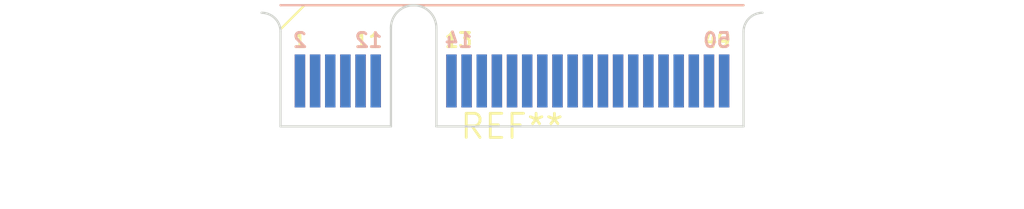
<source format=kicad_pcb>
(kicad_pcb (version 20240108) (generator pcbnew)
  (layers (0 "F.Cu" signal) (31 "B.Cu" signal) (34 "B.Paste" user) (35 "F.Paste" user) (36 "B.SilkS" user "B.Silkscreen") (37 "F.SilkS" user "F.Silkscreen") (38 "B.Mask" user) (39 "F.Mask" user) (44 "Edge.Cuts" user))
  (net 0 "")
  (footprint "Samtec_HSEC8-125-X-X-DV_2x25_P0.8mm_Wing_Edge" (layer "F.Cu") (at 0 0)
    (property "Reference" "REF**")
    (property "Value" "Samtec_HSEC8-125-X-X-DV_2x25_P0.8mm_Wing_Edge")
    (fp_line (start -12.225 -6.4) (end -12.225 -6.4) (layer "B.SilkS") (stroke (width 0.12)))
    (fp_line (start -12.225 -6.4) (end 12.225 -6.4) (layer "B.SilkS") (stroke (width 0.12)))
    (fp_line (start -12.225 -5.13) (end -10.955 -6.4) (layer "F.SilkS") (stroke (width 0.12)))
    (fp_line (start -10.955 -6.4) (end 12.225 -6.4) (layer "F.SilkS") (stroke (width 0.12)))
    (fp_line (start -12.225 -5) (end -12.225 0) (layer "Edge.Cuts") (stroke (width 0.12)))
    (fp_line (start -12.225 0) (end -6.395 0) (layer "Edge.Cuts") (stroke (width 0.12)))
    (fp_line (start -6.395 0) (end -6.395 -5.2) (layer "Edge.Cuts") (stroke (width 0.12)))
    (fp_line (start -3.995 -5.2) (end -3.995 0) (layer "Edge.Cuts") (stroke (width 0.12)))
    (fp_line (start -3.995 0) (end 12.225 0) (layer "Edge.Cuts") (stroke (width 0.12)))
    (fp_line (start 12.225 0) (end 12.225 -5) (layer "Edge.Cuts") (stroke (width 0.12)))
    (fp_arc (start -13.225 -6) (mid -12.517893 -5.707107) (end -12.225 -5) (layer "Edge.Cuts") (stroke (width 0.12)))
    (fp_arc (start -6.395 -5.2) (mid -5.195 -6.4) (end -3.995 -5.2) (layer "Edge.Cuts") (stroke (width 0.12)))
    (fp_arc (start 12.225 -5) (mid 12.517893 -5.707107) (end 13.225 -6) (layer "Edge.Cuts") (stroke (width 0.12)))
    (fp_text user "2" (at -11.2 -4.55 0) (layer "B.SilkS") (effects (font (size 0.75 0.75)) (justify mirror)))
    (fp_text user "14" (at -2.825 -4.55 0) (layer "B.SilkS") (effects (font (size 0.75 0.75)) (justify mirror)))
    (fp_text user "50" (at 10.825 -4.55 0) (layer "B.SilkS") (effects (font (size 0.75 0.75)) (justify mirror)))
    (fp_text user "12" (at -7.575 -4.55 0) (layer "B.SilkS") (effects (font (size 0.75 0.75)) (justify mirror)))
    (fp_text user "49" (at 10.825 -4.55 0) (layer "F.SilkS") (effects (font (size 0.75 0.75))))
    (fp_text user "13" (at -2.825 -4.55 0) (layer "F.SilkS") (effects (font (size 0.75 0.75))))
    (fp_text user "1" (at -11.2 -4.55 0) (layer "F.SilkS") (effects (font (size 0.75 0.75))))
    (fp_text user "11" (at -7.575 -4.55 0) (layer "F.SilkS") (effects (font (size 0.75 0.75))))
    (pad "1" connect rect (at -11.2 -2.4) (size 0.55 2.8) (layers "F.Cu" "F.Mask"))
    (pad "2" connect rect (at -11.2 -2.4) (size 0.55 2.8) (layers "B.Cu" "B.Mask"))
    (pad "3" connect rect (at -10.4 -2.4) (size 0.55 2.8) (layers "F.Cu" "F.Mask"))
    (pad "4" connect rect (at -10.4 -2.4) (size 0.55 2.8) (layers "B.Cu" "B.Mask"))
    (pad "5" connect rect (at -9.6 -2.4) (size 0.55 2.8) (layers "F.Cu" "F.Mask"))
    (pad "6" connect rect (at -9.6 -2.4) (size 0.55 2.8) (layers "B.Cu" "B.Mask"))
    (pad "7" connect rect (at -8.8 -2.4) (size 0.55 2.8) (layers "F.Cu" "F.Mask"))
    (pad "8" connect rect (at -8.8 -2.4) (size 0.55 2.8) (layers "B.Cu" "B.Mask"))
    (pad "9" connect rect (at -8 -2.4) (size 0.55 2.8) (layers "F.Cu" "F.Mask"))
    (pad "10" connect rect (at -8 -2.4) (size 0.55 2.8) (layers "B.Cu" "B.Mask"))
    (pad "11" connect rect (at -7.2 -2.4) (size 0.55 2.8) (layers "F.Cu" "F.Mask"))
    (pad "12" connect rect (at -7.2 -2.4) (size 0.55 2.8) (layers "B.Cu" "B.Mask"))
    (pad "13" connect rect (at -3.2 -2.4) (size 0.55 2.8) (layers "F.Cu" "F.Mask"))
    (pad "14" connect rect (at -3.2 -2.4) (size 0.55 2.8) (layers "B.Cu" "B.Mask"))
    (pad "15" connect rect (at -2.4 -2.4) (size 0.55 2.8) (layers "F.Cu" "F.Mask"))
    (pad "16" connect rect (at -2.4 -2.4) (size 0.55 2.8) (layers "B.Cu" "B.Mask"))
    (pad "17" connect rect (at -1.6 -2.4) (size 0.55 2.8) (layers "F.Cu" "F.Mask"))
    (pad "18" connect rect (at -1.6 -2.4) (size 0.55 2.8) (layers "B.Cu" "B.Mask"))
    (pad "19" connect rect (at -0.8 -2.4) (size 0.55 2.8) (layers "F.Cu" "F.Mask"))
    (pad "20" connect rect (at -0.8 -2.4) (size 0.55 2.8) (layers "B.Cu" "B.Mask"))
    (pad "21" connect rect (at 0 -2.4) (size 0.55 2.8) (layers "F.Cu" "F.Mask"))
    (pad "22" connect rect (at 0 -2.4) (size 0.55 2.8) (layers "B.Cu" "B.Mask"))
    (pad "23" connect rect (at 0.8 -2.4) (size 0.55 2.8) (layers "F.Cu" "F.Mask"))
    (pad "24" connect rect (at 0.8 -2.4) (size 0.55 2.8) (layers "B.Cu" "B.Mask"))
    (pad "25" connect rect (at 1.6 -2.4) (size 0.55 2.8) (layers "F.Cu" "F.Mask"))
    (pad "26" connect rect (at 1.6 -2.4) (size 0.55 2.8) (layers "B.Cu" "B.Mask"))
    (pad "27" connect rect (at 2.4 -2.4) (size 0.55 2.8) (layers "F.Cu" "F.Mask"))
    (pad "28" connect rect (at 2.4 -2.4) (size 0.55 2.8) (layers "B.Cu" "B.Mask"))
    (pad "29" connect rect (at 3.2 -2.4) (size 0.55 2.8) (layers "F.Cu" "F.Mask"))
    (pad "30" connect rect (at 3.2 -2.4) (size 0.55 2.8) (layers "B.Cu" "B.Mask"))
    (pad "31" connect rect (at 4 -2.4) (size 0.55 2.8) (layers "F.Cu" "F.Mask"))
    (pad "32" connect rect (at 4 -2.4) (size 0.55 2.8) (layers "B.Cu" "B.Mask"))
    (pad "33" connect rect (at 4.8 -2.4) (size 0.55 2.8) (layers "F.Cu" "F.Mask"))
    (pad "34" connect rect (at 4.8 -2.4) (size 0.55 2.8) (layers "B.Cu" "B.Mask"))
    (pad "35" connect rect (at 5.6 -2.4) (size 0.55 2.8) (layers "F.Cu" "F.Mask"))
    (pad "36" connect rect (at 5.6 -2.4) (size 0.55 2.8) (layers "B.Cu" "B.Mask"))
    (pad "37" connect rect (at 6.4 -2.4) (size 0.55 2.8) (layers "F.Cu" "F.Mask"))
    (pad "38" connect rect (at 6.4 -2.4) (size 0.55 2.8) (layers "B.Cu" "B.Mask"))
    (pad "39" connect rect (at 7.2 -2.4) (size 0.55 2.8) (layers "F.Cu" "F.Mask"))
    (pad "40" connect rect (at 7.2 -2.4) (size 0.55 2.8) (layers "B.Cu" "B.Mask"))
    (pad "41" connect rect (at 8 -2.4) (size 0.55 2.8) (layers "F.Cu" "F.Mask"))
    (pad "42" connect rect (at 8 -2.4) (size 0.55 2.8) (layers "B.Cu" "B.Mask"))
    (pad "43" connect rect (at 8.8 -2.4) (size 0.55 2.8) (layers "F.Cu" "F.Mask"))
    (pad "44" connect rect (at 8.8 -2.4) (size 0.55 2.8) (layers "B.Cu" "B.Mask"))
    (pad "45" connect rect (at 9.6 -2.4) (size 0.55 2.8) (layers "F.Cu" "F.Mask"))
    (pad "46" connect rect (at 9.6 -2.4) (size 0.55 2.8) (layers "B.Cu" "B.Mask"))
    (pad "47" connect rect (at 10.4 -2.4) (size 0.55 2.8) (layers "F.Cu" "F.Mask"))
    (pad "48" connect rect (at 10.4 -2.4) (size 0.55 2.8) (layers "B.Cu" "B.Mask"))
    (pad "49" connect rect (at 11.2 -2.4) (size 0.55 2.8) (layers "F.Cu" "F.Mask"))
    (pad "50" connect rect (at 11.2 -2.4) (size 0.55 2.8) (layers "B.Cu" "B.Mask"))
  )
)
</source>
